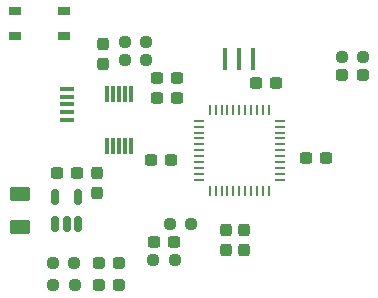
<source format=gtp>
G04 #@! TF.GenerationSoftware,KiCad,Pcbnew,7.0.7*
G04 #@! TF.CreationDate,2023-10-21T10:48:55+02:00*
G04 #@! TF.ProjectId,halfduino,68616c66-6475-4696-9e6f-2e6b69636164,rev?*
G04 #@! TF.SameCoordinates,Original*
G04 #@! TF.FileFunction,Paste,Top*
G04 #@! TF.FilePolarity,Positive*
%FSLAX46Y46*%
G04 Gerber Fmt 4.6, Leading zero omitted, Abs format (unit mm)*
G04 Created by KiCad (PCBNEW 7.0.7) date 2023-10-21 10:48:55*
%MOMM*%
%LPD*%
G01*
G04 APERTURE LIST*
G04 Aperture macros list*
%AMRoundRect*
0 Rectangle with rounded corners*
0 $1 Rounding radius*
0 $2 $3 $4 $5 $6 $7 $8 $9 X,Y pos of 4 corners*
0 Add a 4 corners polygon primitive as box body*
4,1,4,$2,$3,$4,$5,$6,$7,$8,$9,$2,$3,0*
0 Add four circle primitives for the rounded corners*
1,1,$1+$1,$2,$3*
1,1,$1+$1,$4,$5*
1,1,$1+$1,$6,$7*
1,1,$1+$1,$8,$9*
0 Add four rect primitives between the rounded corners*
20,1,$1+$1,$2,$3,$4,$5,0*
20,1,$1+$1,$4,$5,$6,$7,0*
20,1,$1+$1,$6,$7,$8,$9,0*
20,1,$1+$1,$8,$9,$2,$3,0*%
G04 Aperture macros list end*
%ADD10RoundRect,0.062500X-0.062500X0.375000X-0.062500X-0.375000X0.062500X-0.375000X0.062500X0.375000X0*%
%ADD11RoundRect,0.062500X-0.375000X0.062500X-0.375000X-0.062500X0.375000X-0.062500X0.375000X0.062500X0*%
%ADD12RoundRect,0.237500X0.250000X0.237500X-0.250000X0.237500X-0.250000X-0.237500X0.250000X-0.237500X0*%
%ADD13RoundRect,0.237500X-0.300000X-0.237500X0.300000X-0.237500X0.300000X0.237500X-0.300000X0.237500X0*%
%ADD14RoundRect,0.237500X-0.250000X-0.237500X0.250000X-0.237500X0.250000X0.237500X-0.250000X0.237500X0*%
%ADD15RoundRect,0.237500X-0.237500X0.300000X-0.237500X-0.300000X0.237500X-0.300000X0.237500X0.300000X0*%
%ADD16RoundRect,0.237500X0.237500X-0.300000X0.237500X0.300000X-0.237500X0.300000X-0.237500X-0.300000X0*%
%ADD17RoundRect,0.237500X0.287500X0.237500X-0.287500X0.237500X-0.287500X-0.237500X0.287500X-0.237500X0*%
%ADD18RoundRect,0.237500X0.300000X0.237500X-0.300000X0.237500X-0.300000X-0.237500X0.300000X-0.237500X0*%
%ADD19RoundRect,0.250000X-0.625000X0.375000X-0.625000X-0.375000X0.625000X-0.375000X0.625000X0.375000X0*%
%ADD20R,1.300000X0.450000*%
%ADD21R,0.300000X1.400000*%
%ADD22R,0.400000X1.900000*%
%ADD23RoundRect,0.150000X0.150000X-0.512500X0.150000X0.512500X-0.150000X0.512500X-0.150000X-0.512500X0*%
%ADD24R,1.050000X0.650000*%
G04 APERTURE END LIST*
D10*
X106640000Y-70222500D03*
X106140000Y-70222500D03*
X105640000Y-70222500D03*
X105140000Y-70222500D03*
X104640000Y-70222500D03*
X104140000Y-70222500D03*
X103640000Y-70222500D03*
X103140000Y-70222500D03*
X102640000Y-70222500D03*
X102140000Y-70222500D03*
X101640000Y-70222500D03*
D11*
X100702500Y-71160000D03*
X100702500Y-71660000D03*
X100702500Y-72160000D03*
X100702500Y-72660000D03*
X100702500Y-73160000D03*
X100702500Y-73660000D03*
X100702500Y-74160000D03*
X100702500Y-74660000D03*
X100702500Y-75160000D03*
X100702500Y-75660000D03*
X100702500Y-76160000D03*
D10*
X101640000Y-77097500D03*
X102140000Y-77097500D03*
X102640000Y-77097500D03*
X103140000Y-77097500D03*
X103640000Y-77097500D03*
X104140000Y-77097500D03*
X104640000Y-77097500D03*
X105140000Y-77097500D03*
X105640000Y-77097500D03*
X106140000Y-77097500D03*
X106640000Y-77097500D03*
D11*
X107577500Y-76160000D03*
X107577500Y-75660000D03*
X107577500Y-75160000D03*
X107577500Y-74660000D03*
X107577500Y-74160000D03*
X107577500Y-73660000D03*
X107577500Y-73160000D03*
X107577500Y-72660000D03*
X107577500Y-72160000D03*
X107577500Y-71660000D03*
X107577500Y-71160000D03*
D12*
X96289500Y-66040000D03*
X94464500Y-66040000D03*
D13*
X97181500Y-69215000D03*
X98906500Y-69215000D03*
D14*
X96877500Y-82931000D03*
X98702500Y-82931000D03*
D15*
X104521000Y-80417500D03*
X104521000Y-82142500D03*
D12*
X96289500Y-64516000D03*
X94464500Y-64516000D03*
D16*
X92075000Y-77316500D03*
X92075000Y-75591500D03*
D13*
X96927500Y-81407000D03*
X98652500Y-81407000D03*
X97181500Y-67564000D03*
X98906500Y-67564000D03*
D16*
X92583000Y-66394500D03*
X92583000Y-64669500D03*
D14*
X88382500Y-85090000D03*
X90207500Y-85090000D03*
D17*
X114616200Y-67310000D03*
X112866200Y-67310000D03*
D18*
X98398500Y-74472800D03*
X96673500Y-74472800D03*
D15*
X102997000Y-80417500D03*
X102997000Y-82142500D03*
D13*
X109754500Y-74295000D03*
X111479500Y-74295000D03*
X88672500Y-75565000D03*
X90397500Y-75565000D03*
D14*
X98251000Y-79883000D03*
X100076000Y-79883000D03*
D17*
X93980000Y-83185000D03*
X92230000Y-83185000D03*
D19*
X85598000Y-77340000D03*
X85598000Y-80140000D03*
D17*
X93980000Y-85090000D03*
X92230000Y-85090000D03*
D20*
X89530000Y-68465000D03*
X89530000Y-69115000D03*
X89530000Y-69765000D03*
X89530000Y-70415000D03*
X89530000Y-71065000D03*
D21*
X92980000Y-73299500D03*
X93480000Y-73299500D03*
X93980000Y-73299500D03*
X94480000Y-73299500D03*
X94980000Y-73299500D03*
X94980000Y-68899500D03*
X94480000Y-68899500D03*
X93980000Y-68899500D03*
X93480000Y-68899500D03*
X92980000Y-68899500D03*
D22*
X102940000Y-65972200D03*
X104140000Y-65972200D03*
X105340000Y-65972200D03*
D14*
X112828700Y-65786000D03*
X114653700Y-65786000D03*
D13*
X105563500Y-67945000D03*
X107288500Y-67945000D03*
D23*
X88585000Y-79877500D03*
X89535000Y-79877500D03*
X90485000Y-79877500D03*
X90485000Y-77602500D03*
X88585000Y-77602500D03*
D14*
X88335500Y-83185000D03*
X90160500Y-83185000D03*
D24*
X85174000Y-61832000D03*
X89324000Y-61832000D03*
X85174000Y-63982000D03*
X89299000Y-63982000D03*
M02*

</source>
